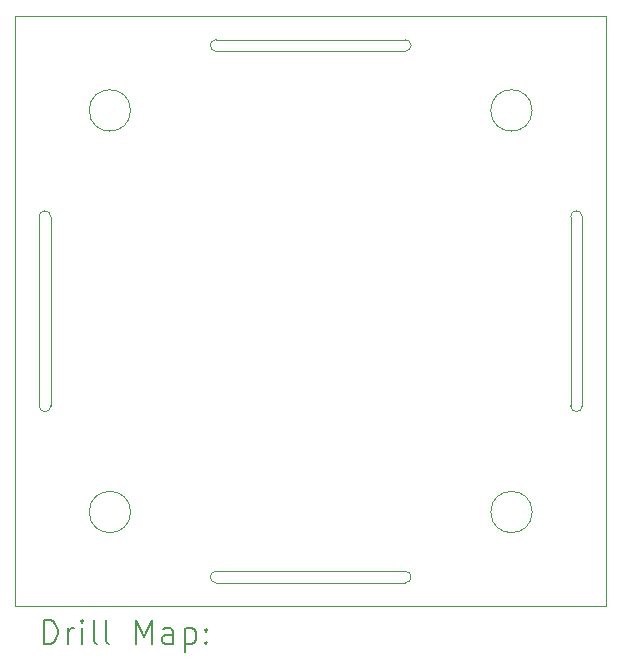
<source format=gbr>
%TF.GenerationSoftware,KiCad,Pcbnew,7.0.2*%
%TF.CreationDate,2023-06-06T15:18:02-04:00*%
%TF.ProjectId,TopExternalFaceRev1,546f7045-7874-4657-926e-616c46616365,rev?*%
%TF.SameCoordinates,Original*%
%TF.FileFunction,Drillmap*%
%TF.FilePolarity,Positive*%
%FSLAX45Y45*%
G04 Gerber Fmt 4.5, Leading zero omitted, Abs format (unit mm)*
G04 Created by KiCad (PCBNEW 7.0.2) date 2023-06-06 15:18:02*
%MOMM*%
%LPD*%
G01*
G04 APERTURE LIST*
%ADD10C,0.100000*%
%ADD11C,0.200000*%
G04 APERTURE END LIST*
D10*
X14700000Y-11700000D02*
X14700000Y-12500000D01*
X10300000Y-11700000D02*
G75*
G03*
X10200000Y-11700000I-50000J0D01*
G01*
X12500000Y-10300000D02*
X13300000Y-10300000D01*
X13300000Y-14800000D02*
G75*
G03*
X13300000Y-14700000I0J50000D01*
G01*
X12500000Y-14700000D02*
X11700000Y-14700000D01*
X11700000Y-10300000D02*
X12500000Y-10300000D01*
X14375000Y-14200000D02*
G75*
G03*
X14375000Y-14200000I-175000J0D01*
G01*
X12500000Y-14800000D02*
X13300000Y-14800000D01*
X11700000Y-14700000D02*
G75*
G03*
X11700000Y-14800000I0J-50000D01*
G01*
X11700000Y-14800000D02*
X12500000Y-14800000D01*
X10200000Y-12500000D02*
X10200000Y-13300000D01*
X11700000Y-10200000D02*
G75*
G03*
X11700000Y-10300000I0J-50000D01*
G01*
X14700000Y-12500000D02*
X14700000Y-13300000D01*
X14800000Y-11700000D02*
G75*
G03*
X14700000Y-11700000I-50000J0D01*
G01*
X10300000Y-13300000D02*
X10300000Y-12500000D01*
X15000000Y-15000000D02*
X10000000Y-15000000D01*
X10975000Y-14200000D02*
G75*
G03*
X10975000Y-14200000I-175000J0D01*
G01*
X14800000Y-12500000D02*
X14800000Y-11700000D01*
X15000000Y-10000000D02*
X15000000Y-15000000D01*
X10000000Y-15000000D02*
X10000000Y-10000000D01*
X14700000Y-13300000D02*
G75*
G03*
X14800000Y-13300000I50000J0D01*
G01*
X10200000Y-11700000D02*
X10200000Y-12500000D01*
X10200000Y-13300000D02*
G75*
G03*
X10300000Y-13300000I50000J0D01*
G01*
X13300000Y-10300000D02*
G75*
G03*
X13300000Y-10200000I0J50000D01*
G01*
X10975000Y-10800000D02*
G75*
G03*
X10975000Y-10800000I-175000J0D01*
G01*
X10300000Y-12500000D02*
X10300000Y-11700000D01*
X14375000Y-10800000D02*
G75*
G03*
X14375000Y-10800000I-175000J0D01*
G01*
X13300000Y-14700000D02*
X12500000Y-14700000D01*
X10000000Y-10000000D02*
X15000000Y-10000000D01*
X14800000Y-13300000D02*
X14800000Y-12500000D01*
X12500000Y-10200000D02*
X11700000Y-10200000D01*
X13300000Y-10200000D02*
X12500000Y-10200000D01*
D11*
X10242619Y-15317524D02*
X10242619Y-15117524D01*
X10242619Y-15117524D02*
X10290238Y-15117524D01*
X10290238Y-15117524D02*
X10318810Y-15127048D01*
X10318810Y-15127048D02*
X10337857Y-15146095D01*
X10337857Y-15146095D02*
X10347381Y-15165143D01*
X10347381Y-15165143D02*
X10356905Y-15203238D01*
X10356905Y-15203238D02*
X10356905Y-15231809D01*
X10356905Y-15231809D02*
X10347381Y-15269905D01*
X10347381Y-15269905D02*
X10337857Y-15288952D01*
X10337857Y-15288952D02*
X10318810Y-15308000D01*
X10318810Y-15308000D02*
X10290238Y-15317524D01*
X10290238Y-15317524D02*
X10242619Y-15317524D01*
X10442619Y-15317524D02*
X10442619Y-15184190D01*
X10442619Y-15222286D02*
X10452143Y-15203238D01*
X10452143Y-15203238D02*
X10461667Y-15193714D01*
X10461667Y-15193714D02*
X10480714Y-15184190D01*
X10480714Y-15184190D02*
X10499762Y-15184190D01*
X10566429Y-15317524D02*
X10566429Y-15184190D01*
X10566429Y-15117524D02*
X10556905Y-15127048D01*
X10556905Y-15127048D02*
X10566429Y-15136571D01*
X10566429Y-15136571D02*
X10575952Y-15127048D01*
X10575952Y-15127048D02*
X10566429Y-15117524D01*
X10566429Y-15117524D02*
X10566429Y-15136571D01*
X10690238Y-15317524D02*
X10671190Y-15308000D01*
X10671190Y-15308000D02*
X10661667Y-15288952D01*
X10661667Y-15288952D02*
X10661667Y-15117524D01*
X10795000Y-15317524D02*
X10775952Y-15308000D01*
X10775952Y-15308000D02*
X10766429Y-15288952D01*
X10766429Y-15288952D02*
X10766429Y-15117524D01*
X11023571Y-15317524D02*
X11023571Y-15117524D01*
X11023571Y-15117524D02*
X11090238Y-15260381D01*
X11090238Y-15260381D02*
X11156905Y-15117524D01*
X11156905Y-15117524D02*
X11156905Y-15317524D01*
X11337857Y-15317524D02*
X11337857Y-15212762D01*
X11337857Y-15212762D02*
X11328333Y-15193714D01*
X11328333Y-15193714D02*
X11309286Y-15184190D01*
X11309286Y-15184190D02*
X11271190Y-15184190D01*
X11271190Y-15184190D02*
X11252143Y-15193714D01*
X11337857Y-15308000D02*
X11318809Y-15317524D01*
X11318809Y-15317524D02*
X11271190Y-15317524D01*
X11271190Y-15317524D02*
X11252143Y-15308000D01*
X11252143Y-15308000D02*
X11242619Y-15288952D01*
X11242619Y-15288952D02*
X11242619Y-15269905D01*
X11242619Y-15269905D02*
X11252143Y-15250857D01*
X11252143Y-15250857D02*
X11271190Y-15241333D01*
X11271190Y-15241333D02*
X11318809Y-15241333D01*
X11318809Y-15241333D02*
X11337857Y-15231809D01*
X11433095Y-15184190D02*
X11433095Y-15384190D01*
X11433095Y-15193714D02*
X11452143Y-15184190D01*
X11452143Y-15184190D02*
X11490238Y-15184190D01*
X11490238Y-15184190D02*
X11509286Y-15193714D01*
X11509286Y-15193714D02*
X11518809Y-15203238D01*
X11518809Y-15203238D02*
X11528333Y-15222286D01*
X11528333Y-15222286D02*
X11528333Y-15279428D01*
X11528333Y-15279428D02*
X11518809Y-15298476D01*
X11518809Y-15298476D02*
X11509286Y-15308000D01*
X11509286Y-15308000D02*
X11490238Y-15317524D01*
X11490238Y-15317524D02*
X11452143Y-15317524D01*
X11452143Y-15317524D02*
X11433095Y-15308000D01*
X11614048Y-15298476D02*
X11623571Y-15308000D01*
X11623571Y-15308000D02*
X11614048Y-15317524D01*
X11614048Y-15317524D02*
X11604524Y-15308000D01*
X11604524Y-15308000D02*
X11614048Y-15298476D01*
X11614048Y-15298476D02*
X11614048Y-15317524D01*
X11614048Y-15193714D02*
X11623571Y-15203238D01*
X11623571Y-15203238D02*
X11614048Y-15212762D01*
X11614048Y-15212762D02*
X11604524Y-15203238D01*
X11604524Y-15203238D02*
X11614048Y-15193714D01*
X11614048Y-15193714D02*
X11614048Y-15212762D01*
M02*

</source>
